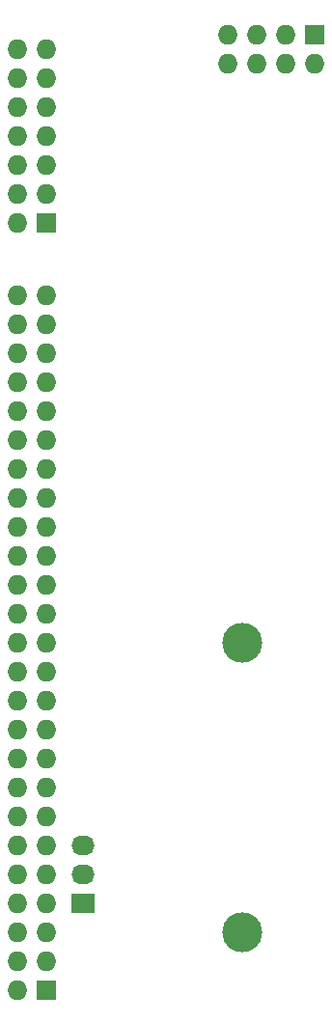
<source format=gbr>
G04 #@! TF.FileFunction,Soldermask,Bot*
%FSLAX46Y46*%
G04 Gerber Fmt 4.6, Leading zero omitted, Abs format (unit mm)*
G04 Created by KiCad (PCBNEW 0.201506122246+5743~23~ubuntu14.04.1-product) date Mon 13 Jul 2015 16:56:03 BST*
%MOMM*%
G01*
G04 APERTURE LIST*
%ADD10C,0.100000*%
%ADD11C,3.500000*%
%ADD12R,1.727200X1.727200*%
%ADD13O,1.727200X1.727200*%
%ADD14R,2.032000X1.727200*%
%ADD15O,2.032000X1.727200*%
G04 APERTURE END LIST*
D10*
D11*
X121285000Y-83820000D03*
D12*
X104140000Y-46990000D03*
D13*
X101600000Y-46990000D03*
X104140000Y-44450000D03*
X101600000Y-44450000D03*
X104140000Y-41910000D03*
X101600000Y-41910000D03*
X104140000Y-39370000D03*
X101600000Y-39370000D03*
X104140000Y-36830000D03*
X101600000Y-36830000D03*
X104140000Y-34290000D03*
X101600000Y-34290000D03*
X104140000Y-31750000D03*
X101600000Y-31750000D03*
D12*
X104140000Y-114300000D03*
D13*
X101600000Y-114300000D03*
X104140000Y-111760000D03*
X101600000Y-111760000D03*
X104140000Y-109220000D03*
X101600000Y-109220000D03*
X104140000Y-106680000D03*
X101600000Y-106680000D03*
X104140000Y-104140000D03*
X101600000Y-104140000D03*
X104140000Y-101600000D03*
X101600000Y-101600000D03*
X104140000Y-99060000D03*
X101600000Y-99060000D03*
X104140000Y-96520000D03*
X101600000Y-96520000D03*
X104140000Y-93980000D03*
X101600000Y-93980000D03*
X104140000Y-91440000D03*
X101600000Y-91440000D03*
X104140000Y-88900000D03*
X101600000Y-88900000D03*
X104140000Y-86360000D03*
X101600000Y-86360000D03*
X104140000Y-83820000D03*
X101600000Y-83820000D03*
X104140000Y-81280000D03*
X101600000Y-81280000D03*
X104140000Y-78740000D03*
X101600000Y-78740000D03*
X104140000Y-76200000D03*
X101600000Y-76200000D03*
X104140000Y-73660000D03*
X101600000Y-73660000D03*
X104140000Y-71120000D03*
X101600000Y-71120000D03*
X104140000Y-68580000D03*
X101600000Y-68580000D03*
X104140000Y-66040000D03*
X101600000Y-66040000D03*
X104140000Y-63500000D03*
X101600000Y-63500000D03*
X104140000Y-60960000D03*
X101600000Y-60960000D03*
X104140000Y-58420000D03*
X101600000Y-58420000D03*
X104140000Y-55880000D03*
X101600000Y-55880000D03*
X104140000Y-53340000D03*
X101600000Y-53340000D03*
D11*
X121285000Y-109220000D03*
D12*
X127635000Y-30480000D03*
D13*
X127635000Y-33020000D03*
X125095000Y-30480000D03*
X125095000Y-33020000D03*
X122555000Y-30480000D03*
X122555000Y-33020000D03*
X120015000Y-30480000D03*
X120015000Y-33020000D03*
D14*
X107315000Y-106680000D03*
D15*
X107315000Y-104140000D03*
X107315000Y-101600000D03*
M02*

</source>
